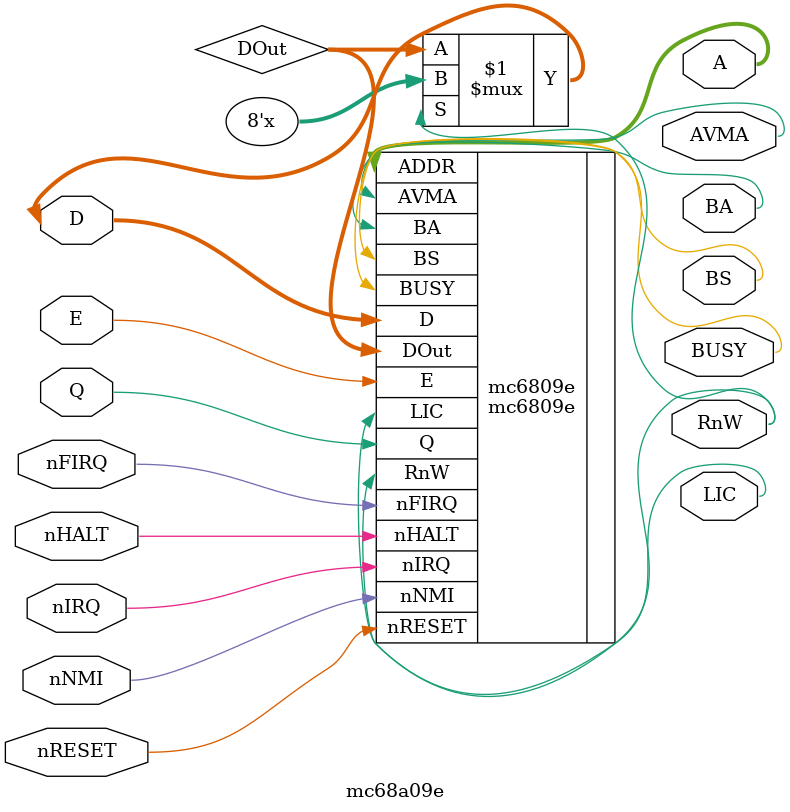
<source format=v>
`timescale 1ns / 1ps
module mc68a09e
	(
        input wire E,
        input wire Q,
        input wire nIRQ,
        input wire nFIRQ,
        input wire nNMI,
        input wire nHALT,
        input wire nRESET,
        inout wire [7:0] D,
        output wire [15:0] A,
        output wire RnW,
        output wire BS,
        output wire BA,
        output wire AVMA,
        output wire BUSY,
        output wire LIC
    );

	//wire [15:0] AOut;
	wire [7:0] DOut;
	//wire RnWOut;
	
	//localparam tDHW = 30;			// write data hold time
	//localparam tAH = 20;			// address hold time
		
	// not sure why but the cycle accurate mc6809e core is not maintaining datasheet timing, at least during simulation
	/*assign #tDHW D = RnWOut ? 8'bZ : DOut;
	assign #tAH A = BA ? 8'bZ : AOut;
	assign #tAH RnW = RnWOut;*/
	
	assign D = RnW ? 8'bz : DOut;
	
	mc6809e mc6809e(
		.D(D), 
		.DOut(DOut), 
		.ADDR(A), 
		.RnW(RnW), 
		.E(E), 
		.Q(Q), 
		.BS(BS), 
		.BA(BA), 
		.nIRQ( nIRQ), 
		.nFIRQ(nFIRQ), 
		.nNMI(nNMI), 
		.AVMA(AVMA), 
		.BUSY(BUSY), 
		.LIC(LIC), 
		.nHALT(nHALT), 
		.nRESET(nRESET));

endmodule

</source>
